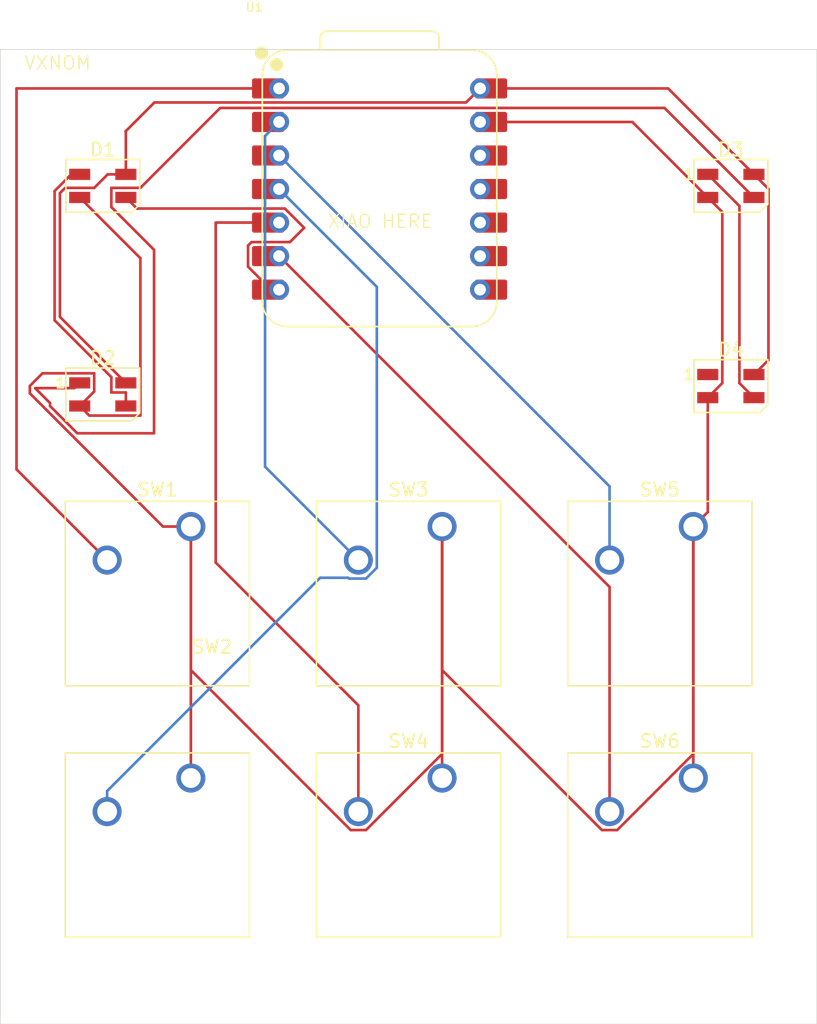
<source format=kicad_pcb>
(kicad_pcb (version 20241229) (generator "pcbnew") (generator_version "9.0")
  (layers (0 "F.Cu" signal) (2 "B.Cu" signal) (13 "F.Paste" user) (15 "B.Paste" user) (5 "F.SilkS" user "F.Silkscreen") (7 "B.SilkS" user "B.Silkscreen") (1 "F.Mask" user) (3 "B.Mask" user) (25 "Edge.Cuts" user))
  (net 0 "")
  (net 1 "+5V")
  (net 2 "Net-(D1-DIN)")
  (net 3 "GND")
  (net 4 "Net-(D1-DOUT)")
  (net 5 "Net-(D2-DOUT)")
  (net 6 "Net-(D3-DOUT)")
  (net 8 "Net-(U1-GPIO26{slash}ADC0{slash}A0)")
  (net 9 "Net-(U1-GPIO29{slash}ADC3{slash}A3)")
  (net 10 "Net-(U1-GPIO27{slash}ADC1{slash}A1)")
  (net 11 "Net-(U1-GPIO6{slash}SDA)")
  (net 12 "Net-(U1-GPIO28{slash}ADC2{slash}A2)")
  (net 13 "Net-(U1-GPIO7{slash}SCL)")
  (footprint "Button_Switch_Keyboard:SW_Cherry_MX_1.00u_PCB" (layer "F.Cu") (at 125.741 114.781)
    (property "Reference" "SW4" (at -2.54 -2.794 0) (layer "F.SilkS"))
    (property "Value" "SW_Push")
    (fp_line (start -9.525 -1.905) (end 4.445 -1.905) (stroke (width 0.12)) (layer "F.SilkS"))
    (fp_line (start -9.525 12.065) (end -9.525 -1.905) (stroke (width 0.12)) (layer "F.SilkS"))
    (fp_line (start 4.445 -1.905) (end 4.445 12.065) (stroke (width 0.12)) (layer "F.SilkS"))
    (fp_line (start 4.445 12.065) (end -9.525 12.065) (stroke (width 0.12)) (layer "F.SilkS"))
    (pad "" np_thru_hole circle (at -7.62 5.08) (size 1.7 1.7) (drill 1.7) (layers "*.Cu" "*.Mask"))
    (pad "" np_thru_hole circle (at -2.54 5.08) (size 4 4) (drill 4) (layers "*.Cu" "*.Mask"))
    (pad "" np_thru_hole circle (at 2.54 5.08) (size 1.7 1.7) (drill 1.7) (layers "*.Cu" "*.Mask"))
    (pad "1" thru_hole circle (at 0 0) (size 2.2 2.2) (drill 1.5) (layers "*.Cu" "*.Mask") (net 3 "GND"))
    (pad "2" thru_hole circle (at -6.35 2.54) (size 2.2 2.2) (drill 1.5) (layers "*.Cu" "*.Mask") (net 11 "Net-(U1-GPIO6{slash}SDA)"))
  )
  (footprint "LED_SMD:LED_SK6812MINI_PLCC4_3.5x3.5mm_P1.75mm" (layer "F.Cu") (at 147.6375 69.93125)
    (property "Reference" "D3" (at 0 -2.75 0) (layer "F.SilkS"))
    (property "Value" "SK6812MINI")
    (fp_line (start -2.8 -2) (end -2.8 2) (stroke (width 0.12)) (layer "F.SilkS"))
    (fp_line (start -2.8 -2) (end 2.8 -2) (stroke (width 0.12)) (layer "F.SilkS"))
    (fp_line (start -2.8 2) (end 2.2 2) (stroke (width 0.12)) (layer "F.SilkS"))
    (fp_line (start 2.8 1.4) (end 2.2 2) (stroke (width 0.12)) (layer "F.SilkS"))
    (fp_line (start 2.8 1.4) (end 2.8 -2) (stroke (width 0.12)) (layer "F.SilkS"))
    (fp_text user "1" (at -3.2 -0.875 0) (layer "F.SilkS") (effects (font (size 0.8 0.8))))
    (pad "1" smd rect (at -1.75 -0.875) (size 1.6 0.85) (layers "F.Cu" "F.Mask" "F.Paste") (net 6 "Net-(D3-DOUT)"))
    (pad "2" smd rect (at -1.75 0.875) (size 1.6 0.85) (layers "F.Cu" "F.Mask" "F.Paste") (net 3 "GND"))
    (pad "3" smd rect (at 1.75 0.875) (size 1.6 0.85) (layers "F.Cu" "F.Mask" "F.Paste") (net 5 "Net-(D2-DOUT)"))
    (pad "4" smd rect (at 1.75 -0.875) (size 1.6 0.85) (layers "F.Cu" "F.Mask" "F.Paste") (net 1 "+5V"))
  )
  (footprint "Button_Switch_Keyboard:SW_Cherry_MX_1.00u_PCB" (layer "F.Cu") (at 125.741 95.731)
    (property "Reference" "SW3" (at -2.54 -2.794 0) (layer "F.SilkS"))
    (property "Value" "SW_Push")
    (fp_line (start -9.525 -1.905) (end 4.445 -1.905) (stroke (width 0.12)) (layer "F.SilkS"))
    (fp_line (start -9.525 12.065) (end -9.525 -1.905) (stroke (width 0.12)) (layer "F.SilkS"))
    (fp_line (start 4.445 -1.905) (end 4.445 12.065) (stroke (width 0.12)) (layer "F.SilkS"))
    (fp_line (start 4.445 12.065) (end -9.525 12.065) (stroke (width 0.12)) (layer "F.SilkS"))
    (pad "" np_thru_hole circle (at -7.62 5.08) (size 1.7 1.7) (drill 1.7) (layers "*.Cu" "*.Mask"))
    (pad "" np_thru_hole circle (at -2.54 5.08) (size 4 4) (drill 4) (layers "*.Cu" "*.Mask"))
    (pad "" np_thru_hole circle (at 2.54 5.08) (size 1.7 1.7) (drill 1.7) (layers "*.Cu" "*.Mask"))
    (pad "1" thru_hole circle (at 0 0) (size 2.2 2.2) (drill 1.5) (layers "*.Cu" "*.Mask") (net 3 "GND"))
    (pad "2" thru_hole circle (at -6.35 2.54) (size 2.2 2.2) (drill 1.5) (layers "*.Cu" "*.Mask") (net 10 "Net-(U1-GPIO27{slash}ADC1{slash}A1)"))
  )
  (footprint "Button_Switch_Keyboard:SW_Cherry_MX_1.00u_PCB" (layer "F.Cu") (at 144.791 114.781)
    (property "Reference" "SW6" (at -2.54 -2.794 0) (layer "F.SilkS"))
    (property "Value" "SW_Push")
    (fp_line (start -9.525 -1.905) (end 4.445 -1.905) (stroke (width 0.12)) (layer "F.SilkS"))
    (fp_line (start -9.525 12.065) (end -9.525 -1.905) (stroke (width 0.12)) (layer "F.SilkS"))
    (fp_line (start 4.445 -1.905) (end 4.445 12.065) (stroke (width 0.12)) (layer "F.SilkS"))
    (fp_line (start 4.445 12.065) (end -9.525 12.065) (stroke (width 0.12)) (layer "F.SilkS"))
    (pad "" np_thru_hole circle (at -7.62 5.08) (size 1.7 1.7) (drill 1.7) (layers "*.Cu" "*.Mask"))
    (pad "" np_thru_hole circle (at -2.54 5.08) (size 4 4) (drill 4) (layers "*.Cu" "*.Mask"))
    (pad "" np_thru_hole circle (at 2.54 5.08) (size 1.7 1.7) (drill 1.7) (layers "*.Cu" "*.Mask"))
    (pad "1" thru_hole circle (at 0 0) (size 2.2 2.2) (drill 1.5) (layers "*.Cu" "*.Mask") (net 3 "GND"))
    (pad "2" thru_hole circle (at -6.35 2.54) (size 2.2 2.2) (drill 1.5) (layers "*.Cu" "*.Mask") (net 13 "Net-(U1-GPIO7{slash}SCL)"))
  )
  (footprint "OPL HACKPAD LIB:XIAO-RP2040-DIP" (layer "F.Cu") (at 121 70.1685)
    (property "Reference" "U1" (at -9.5 -13.7685 0) (layer "F.SilkS") (effects (font (size 0.635 0.635) (thickness 0.1016))))
    (property "Value" "XIAO-RP2040-DIP")
    (fp_line (start -8.89 8.509) (end -8.89 -8.636) (stroke (width 0.127)) (layer "F.SilkS"))
    (fp_line (start -6.985 10.414) (end 6.985 10.414) (stroke (width 0.127)) (layer "F.SilkS"))
    (fp_line (start -4.495 -10.541) (end -4.491272 -11.451272) (stroke (width 0.127)) (layer "F.SilkS"))
    (fp_line (start -3.991272 -11.951) (end 4.004 -11.951) (stroke (width 0.127)) (layer "F.SilkS"))
    (fp_line (start 4.504 -11.451) (end 4.504 -10.541) (stroke (width 0.127)) (layer "F.SilkS"))
    (fp_line (start 6.985 -10.541) (end -6.985 -10.541) (stroke (width 0.1)) (layer "F.SilkS"))
    (fp_line (start 6.985 -10.541) (end -6.985 -10.541) (stroke (width 0.127)) (layer "F.SilkS"))
    (fp_line (start 8.89 8.509) (end 8.89 -8.636) (stroke (width 0.127)) (layer "F.SilkS"))
    (fp_arc (start -8.89 -8.636) (mid -8.332038 -9.983038) (end -6.985 -10.541) (stroke (width 0.127)) (layer "F.SilkS"))
    (fp_arc (start -6.985 10.414) (mid -8.332038 9.856038) (end -8.89 8.509) (stroke (width 0.127)) (layer "F.SilkS"))
    (fp_arc (start -4.491272 -11.451272) (mid -4.344728 -11.80464) (end -3.991272 -11.951) (stroke (width 0.127)) (layer "F.SilkS"))
    (fp_arc (start 4.004 -11.951) (mid 4.357553 -11.804553) (end 4.504 -11.451) (stroke (width 0.127)) (layer "F.SilkS"))
    (fp_arc (start 6.985 -10.541) (mid 8.332038 -9.983038) (end 8.89 -8.636) (stroke (width 0.127)) (layer "F.SilkS"))
    (fp_arc (start 8.89 8.509) (mid 8.332038 9.856038) (end 6.985 10.414) (stroke (width 0.127)) (layer "F.SilkS"))
    (fp_circle (center -8.95 -10.3) (end -8.95 -10.554) (stroke (width 0.5)) (fill yes) (layer "F.SilkS"))
    (fp_circle (center -7.807 -9.42) (end -7.807 -9.674) (stroke (width 0.5)) (fill yes) (layer "F.SilkS"))
    (pad "1" smd roundrect (at -8.455 -7.62 180) (size 2.432 1.524) (layers "F.Cu" "F.Mask") (roundrect_rratio 0.1) (net 8 "Net-(U1-GPIO26{slash}ADC0{slash}A0)"))
    (pad "1" thru_hole circle (at -7.62 -7.62 180) (size 1.524 1.524) (drill 0.889) (layers "*.Cu" "*.Mask") (net 8 "Net-(U1-GPIO26{slash}ADC0{slash}A0)"))
    (pad "2" smd roundrect (at -8.455 -5.08 180) (size 2.432 1.524) (layers "F.Cu" "F.Mask") (roundrect_rratio 0.1) (net 10 "Net-(U1-GPIO27{slash}ADC1{slash}A1)"))
    (pad "2" thru_hole circle (at -7.62 -5.08 180) (size 1.524 1.524) (drill 0.889) (layers "*.Cu" "*.Mask") (net 10 "Net-(U1-GPIO27{slash}ADC1{slash}A1)"))
    (pad "3" smd roundrect (at -8.455 -2.54 180) (size 2.432 1.524) (layers "F.Cu" "F.Mask") (roundrect_rratio 0.1) (net 12 "Net-(U1-GPIO28{slash}ADC2{slash}A2)"))
    (pad "3" thru_hole circle (at -7.62 -2.54 180) (size 1.524 1.524) (drill 0.889) (layers "*.Cu" "*.Mask") (net 12 "Net-(U1-GPIO28{slash}ADC2{slash}A2)"))
    (pad "4" smd roundrect (at -8.455 0 180) (size 2.432 1.524) (layers "F.Cu" "F.Mask") (roundrect_rratio 0.1) (net 9 "Net-(U1-GPIO29{slash}ADC3{slash}A3)"))
    (pad "4" thru_hole circle (at -7.62 0 180) (size 1.524 1.524) (drill 0.889) (layers "*.Cu" "*.Mask") (net 9 "Net-(U1-GPIO29{slash}ADC3{slash}A3)"))
    (pad "5" smd roundrect (at -8.455 2.54 180) (size 2.432 1.524) (layers "F.Cu" "F.Mask") (roundrect_rratio 0.1) (net 11 "Net-(U1-GPIO6{slash}SDA)"))
    (pad "5" thru_hole circle (at -7.62 2.54 180) (size 1.524 1.524) (drill 0.889) (layers "*.Cu" "*.Mask") (net 11 "Net-(U1-GPIO6{slash}SDA)"))
    (pad "6" smd roundrect (at -8.455 5.08 180) (size 2.432 1.524) (layers "F.Cu" "F.Mask") (roundrect_rratio 0.1) (net 13 "Net-(U1-GPIO7{slash}SCL)"))
    (pad "6" thru_hole circle (at -7.62 5.08 180) (size 1.524 1.524) (drill 0.889) (layers "*.Cu" "*.Mask") (net 13 "Net-(U1-GPIO7{slash}SCL)"))
    (pad "7" smd roundrect (at -8.455 7.62 180) (size 2.432 1.524) (layers "F.Cu" "F.Mask") (roundrect_rratio 0.1) (net 2 "Net-(D1-DIN)"))
    (pad "7" thru_hole circle (at -7.62 7.62 180) (size 1.524 1.524) (drill 0.889) (layers "*.Cu" "*.Mask") (net 2 "Net-(D1-DIN)"))
    (pad "8" thru_hole circle (at 7.62 7.62) (size 1.524 1.524) (drill 0.889) (layers "*.Cu" "*.Mask"))
    (pad "8" smd roundrect (at 8.455 7.62) (size 2.432 1.524) (layers "F.Cu" "F.Mask") (roundrect_rratio 0.1))
    (pad "9" thru_hole circle (at 7.62 5.08) (size 1.524 1.524) (drill 0.889) (layers "*.Cu" "*.Mask"))
    (pad "9" smd roundrect (at 8.455 5.08) (size 2.432 1.524) (layers "F.Cu" "F.Mask") (roundrect_rratio 0.1))
    (pad "10" thru_hole circle (at 7.62 2.54) (size 1.524 1.524) (drill 0.889) (layers "*.Cu" "*.Mask"))
    (pad "10" smd roundrect (at 8.455 2.54) (size 2.432 1.524) (layers "F.Cu" "F.Mask") (roundrect_rratio 0.1))
    (pad "11" thru_hole circle (at 7.62 0) (size 1.524 1.524) (drill 0.889) (layers "*.Cu" "*.Mask"))
    (pad "11" smd roundrect (at 8.455 0) (size 2.432 1.524) (layers "F.Cu" "F.Mask") (roundrect_rratio 0.1))
    (pad "12" thru_hole circle (at 7.62 -2.54) (size 1.524 1.524) (drill 0.889) (layers "*.Cu" "*.Mask"))
    (pad "12" smd roundrect (at 8.455 -2.54) (size 2.432 1.524) (layers "F.Cu" "F.Mask") (roundrect_rratio 0.1))
    (pad "13" thru_hole circle (at 7.62 -5.08) (size 1.524 1.524) (drill 0.889) (layers "*.Cu" "*.Mask") (net 3 "GND"))
    (pad "13" smd roundrect (at 8.455 -5.08) (size 2.432 1.524) (layers "F.Cu" "F.Mask") (roundrect_rratio 0.1) (net 3 "GND"))
    (pad "14" thru_hole circle (at 7.62 -7.62) (size 1.524 1.524) (drill 0.889) (layers "*.Cu" "*.Mask") (net 1 "+5V"))
    (pad "14" smd roundrect (at 8.455 -7.62) (size 2.432 1.524) (layers "F.Cu" "F.Mask") (roundrect_rratio 0.1) (net 1 "+5V"))
  )
  (footprint "Button_Switch_Keyboard:SW_Cherry_MX_1.00u_PCB" (layer "F.Cu") (at 106.691 114.781)
    (property "Reference" "SW2" (at 1.605 -9.93775 0) (layer "F.SilkS"))
    (property "Value" "SW_Push")
    (fp_line (start -9.525 -1.905) (end 4.445 -1.905) (stroke (width 0.12)) (layer "F.SilkS"))
    (fp_line (start -9.525 12.065) (end -9.525 -1.905) (stroke (width 0.12)) (layer "F.SilkS"))
    (fp_line (start 4.445 -1.905) (end 4.445 12.065) (stroke (width 0.12)) (layer "F.SilkS"))
    (fp_line (start 4.445 12.065) (end -9.525 12.065) (stroke (width 0.12)) (layer "F.SilkS"))
    (pad "" np_thru_hole circle (at -7.62 5.08) (size 1.7 1.7) (drill 1.7) (layers "*.Cu" "*.Mask"))
    (pad "" np_thru_hole circle (at -2.54 5.08) (size 4 4) (drill 4) (layers "*.Cu" "*.Mask"))
    (pad "" np_thru_hole circle (at 2.54 5.08) (size 1.7 1.7) (drill 1.7) (layers "*.Cu" "*.Mask"))
    (pad "1" thru_hole circle (at 0 0) (size 2.2 2.2) (drill 1.5) (layers "*.Cu" "*.Mask") (net 3 "GND"))
    (pad "2" thru_hole circle (at -6.35 2.54) (size 2.2 2.2) (drill 1.5) (layers "*.Cu" "*.Mask") (net 9 "Net-(U1-GPIO29{slash}ADC3{slash}A3)"))
  )
  (footprint "LED_SMD:LED_SK6812MINI_PLCC4_3.5x3.5mm_P1.75mm" (layer "F.Cu") (at 147.6375 85.09375)
    (property "Reference" "D4" (at 0 -2.75 0) (layer "F.SilkS"))
    (property "Value" "SK6812MINI")
    (fp_line (start -2.8 -2) (end -2.8 2) (stroke (width 0.12)) (layer "F.SilkS"))
    (fp_line (start -2.8 -2) (end 2.8 -2) (stroke (width 0.12)) (layer "F.SilkS"))
    (fp_line (start -2.8 2) (end 2.2 2) (stroke (width 0.12)) (layer "F.SilkS"))
    (fp_line (start 2.8 1.4) (end 2.2 2) (stroke (width 0.12)) (layer "F.SilkS"))
    (fp_line (start 2.8 1.4) (end 2.8 -2) (stroke (width 0.12)) (layer "F.SilkS"))
    (fp_text user "1" (at -3.2 -0.875 0) (layer "F.SilkS") (effects (font (size 0.8 0.8))))
    (pad "1" smd rect (at -1.75 -0.875) (size 1.6 0.85) (layers "F.Cu" "F.Mask" "F.Paste"))
    (pad "2" smd rect (at -1.75 0.875) (size 1.6 0.85) (layers "F.Cu" "F.Mask" "F.Paste") (net 3 "GND"))
    (pad "3" smd rect (at 1.75 0.875) (size 1.6 0.85) (layers "F.Cu" "F.Mask" "F.Paste") (net 6 "Net-(D3-DOUT)"))
    (pad "4" smd rect (at 1.75 -0.875) (size 1.6 0.85) (layers "F.Cu" "F.Mask" "F.Paste") (net 1 "+5V"))
  )
  (footprint "Button_Switch_Keyboard:SW_Cherry_MX_1.00u_PCB" (layer "F.Cu") (at 106.691 95.731)
    (property "Reference" "SW1" (at -2.54 -2.794 0) (layer "F.SilkS"))
    (property "Value" "SW_Push")
    (fp_line (start -9.525 -1.905) (end 4.445 -1.905) (stroke (width 0.12)) (layer "F.SilkS"))
    (fp_line (start -9.525 12.065) (end -9.525 -1.905) (stroke (width 0.12)) (layer "F.SilkS"))
    (fp_line (start 4.445 -1.905) (end 4.445 12.065) (stroke (width 0.12)) (layer "F.SilkS"))
    (fp_line (start 4.445 12.065) (end -9.525 12.065) (stroke (width 0.12)) (layer "F.SilkS"))
    (pad "" np_thru_hole circle (at -7.62 5.08) (size 1.7 1.7) (drill 1.7) (layers "*.Cu" "*.Mask"))
    (pad "" np_thru_hole circle (at -2.54 5.08) (size 4 4) (drill 4) (layers "*.Cu" "*.Mask"))
    (pad "" np_thru_hole circle (at 2.54 5.08) (size 1.7 1.7) (drill 1.7) (layers "*.Cu" "*.Mask"))
    (pad "1" thru_hole circle (at 0 0) (size 2.2 2.2) (drill 1.5) (layers "*.Cu" "*.Mask") (net 3 "GND"))
    (pad "2" thru_hole circle (at -6.35 2.54) (size 2.2 2.2) (drill 1.5) (layers "*.Cu" "*.Mask") (net 8 "Net-(U1-GPIO26{slash}ADC0{slash}A0)"))
  )
  (footprint "LED_SMD:LED_SK6812MINI_PLCC4_3.5x3.5mm_P1.75mm" (layer "F.Cu") (at 100.0125 85.725)
    (property "Reference" "D2" (at 0 -2.75 0) (layer "F.SilkS"))
    (property "Value" "SK6812MINI")
    (fp_line (start -2.8 -2) (end -2.8 2) (stroke (width 0.12)) (layer "F.SilkS"))
    (fp_line (start -2.8 -2) (end 2.8 -2) (stroke (width 0.12)) (layer "F.SilkS"))
    (fp_line (start -2.8 2) (end 2.2 2) (stroke (width 0.12)) (layer "F.SilkS"))
    (fp_line (start 2.8 1.4) (end 2.2 2) (stroke (width 0.12)) (layer "F.SilkS"))
    (fp_line (start 2.8 1.4) (end 2.8 -2) (stroke (width 0.12)) (layer "F.SilkS"))
    (fp_text user "1" (at -3.2 -0.875 0) (layer "F.SilkS") (effects (font (size 0.8 0.8))))
    (pad "1" smd rect (at -1.75 -0.875) (size 1.6 0.85) (layers "F.Cu" "F.Mask" "F.Paste") (net 5 "Net-(D2-DOUT)"))
    (pad "2" smd rect (at -1.75 0.875) (size 1.6 0.85) (layers "F.Cu" "F.Mask" "F.Paste") (net 3 "GND"))
    (pad "3" smd rect (at 1.75 0.875) (size 1.6 0.85) (layers "F.Cu" "F.Mask" "F.Paste") (net 4 "Net-(D1-DOUT)"))
    (pad "4" smd rect (at 1.75 -0.875) (size 1.6 0.85) (layers "F.Cu" "F.Mask" "F.Paste") (net 1 "+5V"))
  )
  (footprint "Button_Switch_Keyboard:SW_Cherry_MX_1.00u_PCB" (layer "F.Cu") (at 144.791 95.731)
    (property "Reference" "SW5" (at -2.54 -2.794 0) (layer "F.SilkS"))
    (property "Value" "SW_Push")
    (fp_line (start -9.525 -1.905) (end 4.445 -1.905) (stroke (width 0.12)) (layer "F.SilkS"))
    (fp_line (start -9.525 12.065) (end -9.525 -1.905) (stroke (width 0.12)) (layer "F.SilkS"))
    (fp_line (start 4.445 -1.905) (end 4.445 12.065) (stroke (width 0.12)) (layer "F.SilkS"))
    (fp_line (start 4.445 12.065) (end -9.525 12.065) (stroke (width 0.12)) (layer "F.SilkS"))
    (pad "" np_thru_hole circle (at -7.62 5.08) (size 1.7 1.7) (drill 1.7) (layers "*.Cu" "*.Mask"))
    (pad "" np_thru_hole circle (at -2.54 5.08) (size 4 4) (drill 4) (layers "*.Cu" "*.Mask"))
    (pad "" np_thru_hole circle (at 2.54 5.08) (size 1.7 1.7) (drill 1.7) (layers "*.Cu" "*.Mask"))
    (pad "1" thru_hole circle (at 0 0) (size 2.2 2.2) (drill 1.5) (layers "*.Cu" "*.Mask") (net 3 "GND"))
    (pad "2" thru_hole circle (at -6.35 2.54) (size 2.2 2.2) (drill 1.5) (layers "*.Cu" "*.Mask") (net 12 "Net-(U1-GPIO28{slash}ADC2{slash}A2)"))
  )
  (footprint "LED_SMD:LED_SK6812MINI_PLCC4_3.5x3.5mm_P1.75mm" (layer "F.Cu") (at 100.0125 69.93125)
    (property "Reference" "D1" (at 0 -2.75 0) (layer "F.SilkS"))
    (property "Value" "SK6812MINI")
    (fp_line (start -2.8 -2) (end -2.8 2) (stroke (width 0.12)) (layer "F.SilkS"))
    (fp_line (start -2.8 -2) (end 2.8 -2) (stroke (width 0.12)) (layer "F.SilkS"))
    (fp_line (start -2.8 2) (end 2.2 2) (stroke (width 0.12)) (layer "F.SilkS"))
    (fp_line (start 2.8 1.4) (end 2.2 2) (stroke (width 0.12)) (layer "F.SilkS"))
    (fp_line (start 2.8 1.4) (end 2.8 -2) (stroke (width 0.12)) (layer "F.SilkS"))
    (pad "1" smd rect (at -1.75 -0.875) (size 1.6 0.85) (layers "F.Cu" "F.Mask" "F.Paste") (net 4 "Net-(D1-DOUT)"))
    (pad "2" smd rect (at -1.75 0.875) (size 1.6 0.85) (layers "F.Cu" "F.Mask" "F.Paste") (net 3 "GND"))
    (pad "3" smd rect (at 1.75 0.875) (size 1.6 0.85) (layers "F.Cu" "F.Mask" "F.Paste") (net 2 "Net-(D1-DIN)"))
    (pad "4" smd rect (at 1.75 -0.875) (size 1.6 0.85) (layers "F.Cu" "F.Mask" "F.Paste") (net 1 "+5V"))
  )
  (gr_rect (start 92.24375 59.6) (end 154.15625 133.41875) (stroke (width 0.05)) (fill no) (layer "Edge.Cuts"))
  (gr_text "VXNOM" (at 94 61.2 0) (layer "F.SilkS") (effects (font (size 1 1) (thickness 0.1)) (justify left bottom)))
  (gr_text "XIAO HERE" (at 117 73.2 0) (layer "F.SilkS") (effects (font (size 1 1) (thickness 0.1)) (justify left bottom)))
  (segment (start 101.7625 69.05625) (end 100.3875 69.05625) (width 0.2) (layer "F.Cu") (net 1))
  (segment (start 99.3635 70.08025) (end 97.1615 70.08025) (width 0.2) (layer "F.Cu") (net 1))
  (segment (start 100.3875 69.05625) (end 99.3635 70.08025) (width 0.2) (layer "F.Cu") (net 1))
  (segment (start 101.7625 84.85) (end 101.807 84.85) (width 0.2) (layer "F.Cu") (net 1))
  (segment (start 128.62 62.5485) (end 127.557 63.6115) (width 0.2) (layer "F.Cu") (net 1))
  (segment (start 150.0316 69.05625) (end 149.3875 69.05625) (width 0.2) (layer "F.Cu") (net 1))
  (segment (start 150.4885 70.15725) (end 149.3875 69.05625) (width 0.2) (layer "F.Cu") (net 1))
  (segment (start 101.807 84.85) (end 101.808 84.851) (width 0.2) (layer "F.Cu") (net 1))
  (segment (start 101.739 65.802) (end 101.7625 65.8255) (width 0.2) (layer "F.Cu") (net 1))
  (segment (start 150.4885 83.11775) (end 150.4885 70.15725) (width 0.2) (layer "F.Cu") (net 1))
  (segment (start 142.87975 62.5485) (end 149.3875 69.05625) (width 0.2) (layer "F.Cu") (net 1))
  (segment (start 96.7605 70.48125) (end 96.7605 79.848) (width 0.2) (layer "F.Cu") (net 1))
  (segment (start 128.62 62.5485) (end 142.87975 62.5485) (width 0.2) (layer "F.Cu") (net 1))
  (segment (start 97.1615 70.08025) (end 96.7605 70.48125) (width 0.2) (layer "F.Cu") (net 1))
  (segment (start 96.7605 79.848) (end 101.7625 84.85) (width 0.2) (layer "F.Cu") (net 1))
  (segment (start 149.3875 84.21875) (end 150.4885 83.11775) (width 0.2) (layer "F.Cu") (net 1))
  (segment (start 103.9295 63.6115) (end 101.739 65.802) (width 0.2) (layer "F.Cu") (net 1))
  (segment (start 127.557 63.6115) (end 103.9295 63.6115) (width 0.2) (layer "F.Cu") (net 1))
  (segment (start 101.7625 65.8255) (end 101.7625 69.05625) (width 0.2) (layer "F.Cu") (net 1))
  (segment (start 115.282 73.10719) (end 114.20369 74.1855) (width 0.2) (layer "F.Cu") (net 2))
  (segment (start 112.766374 77.7885) (end 113.38 77.7885) (width 0.2) (layer "F.Cu") (net 2))
  (segment (start 102.60175 71.6455) (end 113.82031 71.6455) (width 0.2) (layer "F.Cu") (net 2))
  (segment (start 101.7625 70.80625) (end 102.60175 71.6455) (width 0.2) (layer "F.Cu") (net 2))
  (segment (start 111.028 74.446874) (end 111.028 76.050126) (width 0.2) (layer "F.Cu") (net 2))
  (segment (start 111.289374 74.1855) (end 111.028 74.446874) (width 0.2) (layer "F.Cu") (net 2))
  (segment (start 111.028 76.050126) (end 112.766374 77.7885) (width 0.2) (layer "F.Cu") (net 2))
  (segment (start 113.82031 71.6455) (end 115.282 73.10719) (width 0.2) (layer "F.Cu") (net 2))
  (segment (start 114.20369 74.1855) (end 111.289374 74.1855) (width 0.2) (layer "F.Cu") (net 2))
  (segment (start 99.3635 85.499) (end 98.2625 86.6) (width 0.2) (layer "F.Cu") (net 3))
  (segment (start 137.860686 118.722) (end 125.741 106.602314) (width 0.2) (layer "F.Cu") (net 3))
  (segment (start 125.741 114.781) (end 125.741 95.731) (width 0.2) (layer "F.Cu") (net 3))
  (segment (start 144.791 114.781) (end 144.791 95.731) (width 0.2) (layer "F.Cu") (net 3))
  (segment (start 102.8635 87.326) (end 98.9885 87.326) (width 0.2) (layer "F.Cu") (net 3))
  (segment (start 146.9885 71.90725) (end 145.8875 70.80625) (width 0.2) (layer "F.Cu") (net 3))
  (segment (start 119.971314 118.722) (end 118.810686 118.722) (width 0.2) (layer "F.Cu") (net 3))
  (segment (start 146.9885 84.86775) (end 146.9885 71.90725) (width 0.2) (layer "F.Cu") (net 3))
  (segment (start 125.741 106.602314) (end 125.741 95.731) (width 0.2) (layer "F.Cu") (net 3))
  (segment (start 128.62 65.0885) (end 140.16975 65.0885) (width 0.2) (layer "F.Cu") (net 3))
  (segment (start 106.691 95.731) (end 104.5739 95.731) (width 0.2) (layer "F.Cu") (net 3))
  (segment (start 140.16975 65.0885) (end 145.8875 70.80625) (width 0.2) (layer "F.Cu") (net 3))
  (segment (start 99.3635 84.124) (end 99.3635 85.499) (width 0.2) (layer "F.Cu") (net 3))
  (segment (start 98.2625 70.80625) (end 102.8635 75.40725) (width 0.2) (layer "F.Cu") (net 3))
  (segment (start 104.5739 95.731) (end 94.482 85.6391) (width 0.2) (layer "F.Cu") (net 3))
  (segment (start 145.8875 85.96875) (end 146.9885 84.86775) (width 0.2) (layer "F.Cu") (net 3))
  (segment (start 106.691 95.731) (end 106.702 95.742) (width 0.2) (layer "F.Cu") (net 3))
  (segment (start 102.8635 75.40725) (end 102.8635 87.326) (width 0.2) (layer "F.Cu") (net 3))
  (segment (start 144.791 95.731) (end 144.791 112.952314) (width 0.2) (layer "F.Cu") (net 3))
  (segment (start 145.8875 85.96875) (end 145.8875 94.6345) (width 0.2) (layer "F.Cu") (net 3))
  (segment (start 106.691 114.781) (end 106.691 95.731) (width 0.2) (layer "F.Cu") (net 3))
  (segment (start 144.791 112.952314) (end 139.021314 118.722) (width 0.2) (layer "F.Cu") (net 3))
  (segment (start 125.741 112.952314) (end 119.971314 118.722) (width 0.2) (layer "F.Cu") (net 3))
  (segment (start 139.021314 118.722) (end 137.860686 118.722) (width 0.2) (layer "F.Cu") (net 3))
  (segment (start 118.810686 118.722) (end 106.691 106.602314) (width 0.2) (layer "F.Cu") (net 3))
  (segment (start 94.482 85.0809) (end 95.4389 84.124) (width 0.2) (layer "F.Cu") (net 3))
  (segment (start 145.8875 94.6345) (end 144.791 95.731) (width 0.2) (layer "F.Cu") (net 3))
  (segment (start 106.691 106.602314) (end 106.691 95.731) (width 0.2) (layer "F.Cu") (net 3))
  (segment (start 94.482 85.6391) (end 94.482 85.0809) (width 0.2) (layer "F.Cu") (net 3))
  (segment (start 95.4389 84.124) (end 99.3635 84.124) (width 0.2) (layer "F.Cu") (net 3))
  (segment (start 98.9885 87.326) (end 98.2625 86.6) (width 0.2) (layer "F.Cu") (net 3))
  (segment (start 125.741 95.731) (end 125.741 112.952314) (width 0.2) (layer "F.Cu") (net 3))
  (segment (start 125.87 95.86) (end 126.096 95.86) (width 0.2) (layer "B.Cu") (net 3))
  (segment (start 125.741 95.731) (end 125.87 95.86) (width 0.2) (layer "B.Cu") (net 3))
  (segment (start 96.3595 80.1085) (end 100.6615 84.4105) (width 0.2) (layer "F.Cu") (net 4))
  (segment (start 100.6615 84.4105) (end 100.6615 85.576) (width 0.2) (layer "F.Cu") (net 4))
  (segment (start 98.2625 69.05625) (end 97.6184 69.05625) (width 0.2) (layer "F.Cu") (net 4))
  (segment (start 101.7625 85.576) (end 101.7625 86.6) (width 0.2) (layer "F.Cu") (net 4))
  (segment (start 100.6615 85.576) (end 101.7625 85.576) (width 0.2) (layer "F.Cu") (net 4))
  (segment (start 96.3595 70.31515) (end 96.3595 80.1085) (width 0.2) (layer "F.Cu") (net 4))
  (segment (start 97.6184 69.05625) (end 96.3595 70.31515) (width 0.2) (layer "F.Cu") (net 4))
  (segment (start 96.012 86.602) (end 98.077 88.667) (width 0.2) (layer "F.Cu") (net 5))
  (segment (start 142.60675 64.0255) (end 149.3875 70.80625) (width 0.2) (layer "F.Cu") (net 5))
  (segment (start 108.91825 64.0255) (end 142.60675 64.0255) (width 0.2) (layer "F.Cu") (net 5))
  (segment (start 98.077 88.667) (end 103.9 88.667) (width 0.2) (layer "F.Cu") (net 5))
  (segment (start 98.2625 84.85) (end 97.8655 85.247) (width 0.2) (layer "F.Cu") (net 5))
  (segment (start 100.6615 71.53225) (end 100.6615 70.08025) (width 0.2) (layer "F.Cu") (net 5))
  (segment (start 97.8655 85.247) (end 94.883 85.247) (width 0.2) (layer "F.Cu") (net 5))
  (segment (start 94.883 85.247) (end 96.012 86.376) (width 0.2) (layer "F.Cu") (net 5))
  (segment (start 96.012 86.376) (end 96.012 86.602) (width 0.2) (layer "F.Cu") (net 5))
  (segment (start 100.6615 70.08025) (end 102.8635 70.08025) (width 0.2) (layer "F.Cu") (net 5))
  (segment (start 103.9 74.77075) (end 100.6615 71.53225) (width 0.2) (layer "F.Cu") (net 5))
  (segment (start 102.8635 70.08025) (end 108.91825 64.0255) (width 0.2) (layer "F.Cu") (net 5))
  (segment (start 103.9 88.667) (end 103.9 74.77075) (width 0.2) (layer "F.Cu") (net 5))
  (segment (start 149.3875 85.96875) (end 148.2865 84.86775) (width 0.2) (layer "F.Cu") (net 6))
  (segment (start 148.2865 84.86775) (end 148.2865 71.45525) (width 0.2) (layer "F.Cu") (net 6))
  (segment (start 148.2865 71.45525) (end 145.8875 69.05625) (width 0.2) (layer "F.Cu") (net 6))
  (segment (start 93.471 91.401) (end 93.471 62.5485) (width 0.2) (layer "F.Cu") (net 8))
  (segment (start 93.471 62.5485) (end 113.38 62.5485) (width 0.2) (layer "F.Cu") (net 8))
  (segment (start 100.341 98.271) (end 93.471 91.401) (width 0.2) (layer "F.Cu") (net 8))
  (segment (start 116.496366 99.61) (end 100.341 115.765366) (width 0.2) (layer "B.Cu") (net 9))
  (segment (start 113.38 70.1685) (end 120.792 77.5805) (width 0.2) (layer "B.Cu") (net 9))
  (segment (start 100.341 115.765366) (end 100.341 117.321) (width 0.2) (layer "B.Cu") (net 9))
  (segment (start 118.61847 99.61) (end 116.496366 99.61) (width 0.2) (layer "B.Cu") (net 9))
  (segment (start 120.792 98.851314) (end 119.971314 99.672) (width 0.2) (layer "B.Cu") (net 9))
  (segment (start 120.792 77.5805) (end 120.792 98.851314) (width 0.2) (layer "B.Cu") (net 9))
  (segment (start 119.971314 99.672) (end 118.68047 99.672) (width 0.2) (layer "B.Cu") (net 9))
  (segment (start 118.68047 99.672) (end 118.61847 99.61) (width 0.2) (layer "B.Cu") (net 9))
  (segment (start 112.317 91.197) (end 119.391 98.271) (width 0.2) (layer "B.Cu") (net 10))
  (segment (start 113.38 65.0885) (end 112.317 66.1515) (width 0.2) (layer "B.Cu") (net 10))
  (segment (start 120.015 98.895) (end 119.391 98.271) (width 0.2) (layer "B.Cu") (net 10))
  (segment (start 112.317 66.1515) (end 112.317 91.197) (width 0.2) (layer "B.Cu") (net 10))
  (segment (start 108.577 72.7085) (end 108.577 98.45853) (width 0.2) (layer "F.Cu") (net 11))
  (segment (start 113.38 72.7085) (end 108.577 72.7085) (width 0.2) (layer "F.Cu") (net 11))
  (segment (start 108.577 98.45853) (end 119.391 109.27253) (width 0.2) (layer "F.Cu") (net 11))
  (segment (start 119.391 109.27253) (end 119.391 117.321) (width 0.2) (layer "F.Cu") (net 11))
  (segment (start 119.307893 117.629543) (end 119.434686 117.50275) (width 0.2) (layer "B.Cu") (net 11))
  (segment (start 138.441 98.271) (end 138.441 99.22975) (width 0.2) (layer "B.Cu") (net 12))
  (segment (start 113.38 67.6285) (end 138.441 92.6895) (width 0.2) (layer "B.Cu") (net 12))
  (segment (start 138.441 92.6895) (end 138.441 98.271) (width 0.2) (layer "B.Cu") (net 12))
  (segment (start 138.441 100.3095) (end 138.441 117.321) (width 0.2) (layer "F.Cu") (net 13))
  (segment (start 113.38 75.2485) (end 138.441 100.3095) (width 0.2) (layer "F.Cu") (net 13))
)
</source>
